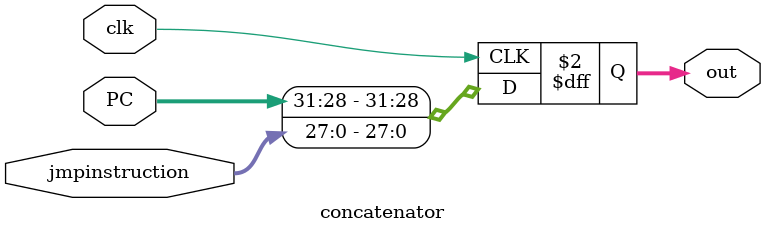
<source format=v>
module concatenator(
  input[27:0]    jmpinstruction,
  input[31:28]   PC,
  input          clk,
  output reg[31:0]   out
);
  always @(posedge clk) begin
    out = {PC, jmpinstruction};
  end

endmodule

</source>
